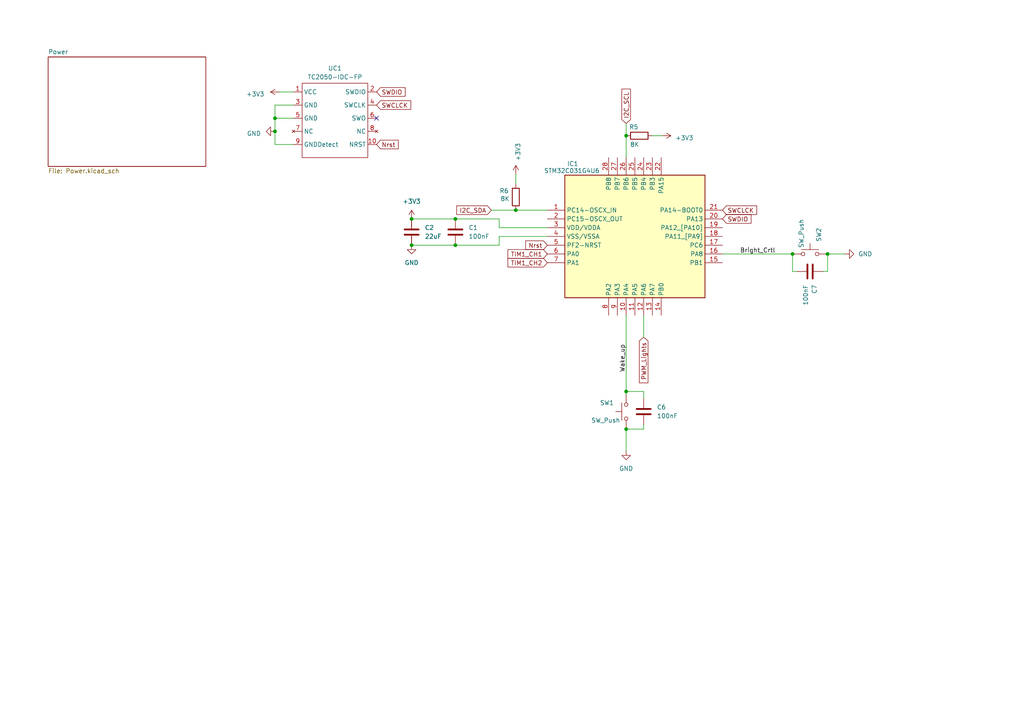
<source format=kicad_sch>
(kicad_sch (version 20230121) (generator eeschema)
  (paper "A4")
  (lib_symbols
    (symbol "Custom_connectors:TC2050-IDC-FP" (in_bom no)
      (property "Reference" "UC" (at 0 -10.16 0))
      (property "Value" "TC2050-IDC-FP" (at 0 0 0))
      (symbol "TC2050-IDC-FP_0_1"
        (rectangle (start -8.89 -1.27) (end 10.16 -22.86))
      )
      (symbol "TC2050-IDC-FP_1_1"
        (pin passive line (at -11.43 -3.81 0) (length 2.54) (name "VCC") (number "1"))
        (pin passive line (at 12.7 -19.05 180) (length 2.54) (name "NRST") (number "10"))
        (pin passive line (at 12.7 -3.81 180) (length 2.54) (name "SWDIO") (number "2"))
        (pin passive line (at -11.43 -7.62 0) (length 2.54) (name "GND") (number "3"))
        (pin passive line (at 12.7 -7.62 180) (length 2.54) (name "SWCLK") (number "4"))
        (pin passive line (at -11.43 -11.43 0) (length 2.54) (name "GND") (number "5"))
        (pin passive line (at 12.7 -11.43 180) (length 2.54) (name "SWO") (number "6"))
        (pin no_connect line (at -11.43 -15.24 0) (length 2.54) (name "NC") (number "7"))
        (pin no_connect line (at 12.7 -15.24 180) (length 2.54) (name "NC") (number "8"))
        (pin passive line (at -11.43 -19.05 0) (length 2.54) (name "GNDDetect") (number "9"))
      )
    )
    (symbol "Device:C" (pin_numbers hide) (pin_names (offset 0.254))
      (property "Reference" "C" (at 0.635 2.54 0))
      (property "Value" "C" (at 0.635 -2.54 0))
      (symbol "C_0_1"
        (polyline (pts (xy -2.032 -0.762) (xy 2.032 -0.762)) (stroke (width 0.508)))
        (polyline (pts (xy -2.032 0.762) (xy 2.032 0.762)) (stroke (width 0.508)))
      )
      (symbol "C_1_1"
        (pin passive line (at 0 3.81 270) (length 2.794) (name "~") (number "1"))
        (pin passive line (at 0 -3.81 90) (length 2.794) (name "~") (number "2"))
      )
    )
    (symbol "Device:R" (pin_numbers hide) (pin_names (offset 0))
      (property "Reference" "R" (at 2.032 0 90))
      (property "Value" "R" (at 0 0 90))
      (symbol "R_0_1"
        (rectangle (start -1.016 -2.54) (end 1.016 2.54) (stroke (width 0.254)))
      )
      (symbol "R_1_1"
        (pin passive line (at 0 3.81 270) (length 1.27) (name "~") (number "1"))
        (pin passive line (at 0 -3.81 90) (length 1.27) (name "~") (number "2"))
      )
    )
    (symbol "SamacSys_Parts:STM32C031G4U6"
      (property "Reference" "IC" (at 46.99 15.24 0))
      (property "Value" "STM32C031G4U6" (at 46.99 12.7 0))
      (symbol "STM32C031G4U6_1_1"
        (rectangle (start 5.08 10.16) (end 45.72 -25.4) (stroke (width 0.254)) (fill (type background)))
        (pin passive line (at 0 0 0) (length 5.08) (name "PC14-OSCX_IN") (number "1"))
        (pin passive line (at 22.86 -30.48 90) (length 5.08) (name "PA4") (number "10"))
        (pin passive line (at 25.4 -30.48 90) (length 5.08) (name "PA5") (number "11"))
        (pin passive line (at 27.94 -30.48 90) (length 5.08) (name "PA6") (number "12"))
        (pin passive line (at 30.48 -30.48 90) (length 5.08) (name "PA7") (number "13"))
        (pin passive line (at 33.02 -30.48 90) (length 5.08) (name "PB0") (number "14"))
        (pin passive line (at 50.8 -15.24 180) (length 5.08) (name "PB1") (number "15"))
        (pin passive line (at 50.8 -12.7 180) (length 5.08) (name "PA8") (number "16"))
        (pin passive line (at 50.8 -10.16 180) (length 5.08) (name "PC6") (number "17"))
        (pin passive line (at 50.8 -7.62 180) (length 5.08) (name "PA11_[PA9]") (number "18"))
        (pin passive line (at 50.8 -5.08 180) (length 5.08) (name "PA12_[PA10]") (number "19"))
        (pin passive line (at 0 -2.54 0) (length 5.08) (name "PC15-OSCX_OUT") (number "2"))
        (pin passive line (at 50.8 -2.54 180) (length 5.08) (name "PA13") (number "20"))
        (pin passive line (at 50.8 0 180) (length 5.08) (name "PA14-BOOT0") (number "21"))
        (pin passive line (at 33.02 15.24 270) (length 5.08) (name "PA15") (number "22"))
        (pin passive line (at 30.48 15.24 270) (length 5.08) (name "PB3") (number "23"))
        (pin passive line (at 27.94 15.24 270) (length 5.08) (name "PB4") (number "24"))
        (pin passive line (at 25.4 15.24 270) (length 5.08) (name "PB5") (number "25"))
        (pin passive line (at 22.86 15.24 270) (length 5.08) (name "PB6") (number "26"))
        (pin passive line (at 20.32 15.24 270) (length 5.08) (name "PB7") (number "27"))
        (pin passive line (at 17.78 15.24 270) (length 5.08) (name "PB8") (number "28"))
        (pin passive line (at 0 -5.08 0) (length 5.08) (name "VDD/VDDA") (number "3"))
        (pin passive line (at 0 -7.62 0) (length 5.08) (name "VSS/VSSA") (number "4"))
        (pin passive line (at 0 -10.16 0) (length 5.08) (name "PF2-NRST") (number "5"))
        (pin passive line (at 0 -12.7 0) (length 5.08) (name "PA0") (number "6"))
        (pin passive line (at 0 -15.24 0) (length 5.08) (name "PA1") (number "7"))
        (pin passive line (at 17.78 -30.48 90) (length 5.08) (name "PA2") (number "8"))
        (pin passive line (at 20.32 -30.48 90) (length 5.08) (name "PA3") (number "9"))
      )
    )
    (symbol "Switch:SW_Push" (pin_numbers hide) (pin_names (offset 1.016) hide)
      (property "Reference" "SW" (at 1.27 2.54 0))
      (property "Value" "SW_Push" (at 0 -1.524 0))
      (symbol "SW_Push_0_1"
        (circle (center -2.032 0) (radius 0.508))
        (polyline (pts (xy 0 1.27) (xy 0 3.048)))
        (polyline (pts (xy 2.54 1.27) (xy -2.54 1.27)))
        (circle (center 2.032 0) (radius 0.508))
        (pin passive line (at -5.08 0 0) (length 2.54) (name "1") (number "1"))
        (pin passive line (at 5.08 0 180) (length 2.54) (name "2") (number "2"))
      )
    )
    (symbol "power:+3V3" (power) (pin_names (offset 0))
      (property "Value" "+3V3" (at 0 3.556 0))
      (symbol "+3V3_0_1"
        (polyline (pts (xy -0.762 1.27) (xy 0 2.54)))
        (polyline (pts (xy 0 0) (xy 0 2.54)))
        (polyline (pts (xy 0 2.54) (xy 0.762 1.27)))
      )
      (symbol "+3V3_1_1"
        (pin power_in line (at 0 0 90) (length 0) hide (name "+3V3") (number "1"))
      )
    )
    (symbol "power:GND" (power) (pin_names (offset 0))
      (property "Value" "GND" (at 0 -3.81 0))
      (symbol "GND_0_1"
        (polyline (pts (xy 0 0) (xy 0 -1.27) (xy 1.27 -1.27) (xy 0 -2.54) (xy -1.27 -1.27) (xy 0 -1.27)))
      )
      (symbol "GND_1_1"
        (pin power_in line (at 0 0 270) (length 0) hide (name "GND") (number "1"))
      )
    )
  )
  (junction (at 229.87 73.66))
  (junction (at 79.756 38.1))
  (junction (at 181.61 124.46))
  (junction (at 79.756 34.29))
  (junction (at 132.08 63.5))
  (junction (at 132.08 71.12))
  (junction (at 119.38 71.12))
  (junction (at 181.61 39.37))
  (junction (at 119.38 63.5))
  (junction (at 240.03 73.66))
  (junction (at 149.606 60.96))
  (junction (at 181.61 113.538))
  (no_connect (at 109.22 34.29))
  (wire (pts (xy 132.08 63.5) (xy 119.38 63.5)))
  (wire (pts (xy 186.69 124.46) (xy 186.69 123.19)))
  (wire (pts (xy 238.76 78.74) (xy 240.03 78.74)))
  (wire (pts (xy 79.756 34.29) (xy 85.09 34.29)))
  (wire (pts (xy 79.756 34.29) (xy 79.756 38.1)))
  (wire (pts (xy 158.75 66.04) (xy 144.78 66.04)))
  (wire (pts (xy 240.03 73.66) (xy 245.11 73.66)))
  (wire (pts (xy 144.78 63.5) (xy 132.08 63.5)))
  (wire (pts (xy 144.78 71.12) (xy 132.08 71.12)))
  (wire (pts (xy 144.78 66.04) (xy 144.78 63.5)))
  (wire (pts (xy 144.78 68.58) (xy 144.78 71.12)))
  (wire (pts (xy 181.61 35.814) (xy 181.61 39.37)))
  (wire (pts (xy 85.09 41.91) (xy 79.756 41.91)))
  (wire (pts (xy 142.494 60.96) (xy 149.606 60.96)))
  (wire (pts (xy 181.61 91.44) (xy 181.61 113.538)))
  (wire (pts (xy 240.03 78.74) (xy 240.03 73.66)))
  (wire (pts (xy 181.61 39.37) (xy 181.61 45.72)))
  (wire (pts (xy 209.55 73.66) (xy 229.87 73.66)))
  (wire (pts (xy 181.61 113.538) (xy 181.61 114.3)))
  (wire (pts (xy 186.69 115.57) (xy 186.69 113.538)))
  (wire (pts (xy 81.026 26.67) (xy 85.09 26.67)))
  (wire (pts (xy 149.606 60.96) (xy 158.75 60.96)))
  (wire (pts (xy 79.756 41.91) (xy 79.756 38.1)))
  (wire (pts (xy 181.61 124.46) (xy 186.69 124.46)))
  (wire (pts (xy 186.69 91.44) (xy 186.69 97.79)))
  (wire (pts (xy 79.756 30.48) (xy 79.756 34.29)))
  (wire (pts (xy 229.87 73.66) (xy 229.87 78.74)))
  (wire (pts (xy 85.09 30.48) (xy 79.756 30.48)))
  (wire (pts (xy 229.87 78.74) (xy 231.14 78.74)))
  (wire (pts (xy 192.024 39.37) (xy 189.23 39.37)))
  (wire (pts (xy 186.69 113.538) (xy 181.61 113.538)))
  (wire (pts (xy 149.606 50.546) (xy 149.606 53.34)))
  (wire (pts (xy 132.08 71.12) (xy 119.38 71.12)))
  (wire (pts (xy 158.75 68.58) (xy 144.78 68.58)))
  (wire (pts (xy 181.61 130.81) (xy 181.61 124.46)))
  (label "Wake_up" (at 181.61 107.95 90))
  (label "Bright_Crtl" (at 214.63 73.66 0))
  (global_label "Nrst" (shape input) (at 109.22 41.91 0) (property "Intersheetrefs" "${INTERSHEET_REFS}" (effects hide)))
  (global_label "PWM_Lights" (shape input) (at 186.69 97.79 270) (property "Intersheetrefs" "${INTERSHEET_REFS}" (effects hide)))
  (global_label "SWDIO" (shape input) (at 209.55 63.5 0) (property "Intersheetrefs" "${INTERSHEET_REFS}" (effects hide)))
  (global_label "SWCLCK" (shape input) (at 109.22 30.48 0) (property "Intersheetrefs" "${INTERSHEET_REFS}" (effects hide)))
  (global_label "Nrst" (shape input) (at 158.75 71.12 180) (property "Intersheetrefs" "${INTERSHEET_REFS}" (effects hide)))
  (global_label "SWDIO" (shape input) (at 109.22 26.67 0) (property "Intersheetrefs" "${INTERSHEET_REFS}" (effects hide)))
  (global_label "SWCLCK" (shape input) (at 209.55 60.96 0) (property "Intersheetrefs" "${INTERSHEET_REFS}" (effects hide)))
  (global_label "I2C_SDA" (shape input) (at 142.494 60.96 180) (property "Intersheetrefs" "${INTERSHEET_REFS}" (effects hide)))
  (global_label "TIM1_CH2" (shape input) (at 158.75 76.2 180) (property "Intersheetrefs" "${INTERSHEET_REFS}" (effects hide)))
  (global_label "I2C_SCL" (shape input) (at 181.61 35.814 90) (property "Intersheetrefs" "${INTERSHEET_REFS}" (effects hide)))
  (global_label "TIM1_CH1" (shape input) (at 158.75 73.66 180) (property "Intersheetrefs" "${INTERSHEET_REFS}" (effects hide)))
  (symbol (lib_id "Custom_connectors:TC2050-IDC-FP") (at 96.52 22.86 0) (unit 1) (in_bom no)
    (property "Reference" "UC1" (at 97.155 19.812 0))
    (property "Value" "TC2050-IDC-FP" (at 97.155 22.352 0))
    (property "Footprint" "Custom_Connectors:TC2050-IDC-FP" (effects hide))
  )
  (symbol (lib_id "power:GND") (at 79.756 38.1 270) (unit 1)
    (property "Reference" "#PWR013" (effects hide))
    (property "Value" "GND" (at 75.692 38.735 90) (effects (justify right)))
  )
  (symbol (lib_id "Switch:SW_Push") (at 181.61 119.38 90) (unit 1)
    (property "Reference" "SW1" (at 173.99 116.84 90) (effects (justify right)))
    (property "Value" "SW_Push" (at 171.45 121.92 90) (effects (justify right)))
  )
  (symbol (lib_id "power:+3V3") (at 192.024 39.37 270) (unit 1)
    (property "Reference" "#PWR015" (effects hide))
    (property "Value" "+3V3" (at 195.834 40.005 90) (effects (justify left)))
  )
  (symbol (lib_id "Switch:SW_Push") (at 234.95 73.66 0) (unit 1)
    (property "Reference" "SW2" (at 237.49 66.04 90) (effects (justify right)))
    (property "Value" "SW_Push" (at 232.41 63.5 90) (effects (justify right)))
  )
  (symbol (lib_id "power:+3V3") (at 119.38 63.5 0) (unit 1)
    (property "Reference" "#PWR02" (effects hide))
    (property "Value" "+3V3" (at 119.38 58.42 0))
  )
  (symbol (lib_id "Device:R") (at 149.606 57.15 180) (unit 1)
    (property "Reference" "R6" (at 147.574 55.372 0) (effects (justify left)))
    (property "Value" "8K" (at 147.828 57.658 0) (effects (justify left)))
    (property "Footprint" "Resistor_SMD:R_0805_2012Metric_Pad1.20x1.40mm_HandSolder" (effects hide))
  )
  (symbol (lib_id "Device:R") (at 185.42 39.37 90) (unit 1)
    (property "Reference" "R5" (at 185.166 36.83 90) (effects (justify left)))
    (property "Value" "8K" (at 185.42 41.91 90) (effects (justify left)))
    (property "Footprint" "Resistor_SMD:R_0805_2012Metric_Pad1.20x1.40mm_HandSolder" (effects hide))
  )
  (symbol (lib_id "power:+3V3") (at 149.606 50.546 0) (unit 1)
    (property "Reference" "#PWR016" (effects hide))
    (property "Value" "+3V3" (at 150.241 46.736 90) (effects (justify left)))
  )
  (symbol (lib_id "Device:C") (at 186.69 119.38 0) (unit 1)
    (property "Reference" "C6" (at 190.5 118.11 0) (effects (justify left)))
    (property "Value" "100nF" (at 190.5 120.65 0) (effects (justify left)))
    (property "Footprint" "Capacitor_SMD:C_0805_2012Metric_Pad1.18x1.45mm_HandSolder" (effects hide))
  )
  (symbol (lib_id "power:+3V3") (at 81.026 26.67 90) (unit 1)
    (property "Reference" "#PWR014" (effects hide))
    (property "Value" "+3V3" (at 76.708 27.305 90) (effects (justify left)))
  )
  (symbol (lib_id "SamacSys_Parts:STM32C031G4U6") (at 158.75 60.96 0) (unit 1)
    (property "Reference" "IC1" (at 166.116 47.498 0))
    (property "Value" "STM32C031G4U6" (at 165.862 49.53 0))
    (property "Footprint" "QFN50P400X400X60-28N-D" (effects hide))
    (property "Datasheet" "https://www.st.com/resource/en/datasheet/stm32c031c4.pdf" (effects hide))
    (property "Height" "0.6" (effects hide))
    (property "Mouser Part Number" "511-STM32C031G4U6" (effects hide))
    (property "Mouser Price/Stock" "https://www.mouser.co.uk/ProductDetail/STMicroelectronics/STM32C031G4U6?qs=IPgv5n7u5QZ8jkiaGODPJw%3D%3D" (effects hide))
    (property "Manufacturer_Name" "STMicroelectronics" (effects hide))
    (property "Manufacturer_Part_Number" "STM32C031G4U6" (effects hide))
  )
  (symbol (lib_id "power:GND") (at 245.11 73.66 90) (unit 1)
    (property "Reference" "#PWR012" (effects hide))
    (property "Value" "GND" (at 248.92 73.66 90) (effects (justify right)))
  )
  (symbol (lib_id "power:GND") (at 119.38 71.12 0) (unit 1)
    (property "Reference" "#PWR01" (effects hide))
    (property "Value" "GND" (at 119.38 76.2 0))
  )
  (symbol (lib_id "Device:C") (at 119.38 67.31 0) (unit 1)
    (property "Reference" "C2" (at 123.19 66.04 0) (effects (justify left)))
    (property "Value" "22uF" (at 123.19 68.58 0) (effects (justify left)))
    (property "Footprint" "Capacitor_SMD:C_0805_2012Metric_Pad1.18x1.45mm_HandSolder" (effects hide))
  )
  (symbol (lib_id "power:GND") (at 181.61 130.81 0) (unit 1)
    (property "Reference" "#PWR011" (effects hide))
    (property "Value" "GND" (at 181.61 135.89 0))
  )
  (symbol (lib_id "Device:C") (at 132.08 67.31 0) (unit 1)
    (property "Reference" "C1" (at 135.89 66.04 0) (effects (justify left)))
    (property "Value" "100nF" (at 135.89 68.58 0) (effects (justify left)))
    (property "Footprint" "Capacitor_SMD:C_0805_2012Metric_Pad1.18x1.45mm_HandSolder" (effects hide))
  )
  (symbol (lib_id "Device:C") (at 234.95 78.74 270) (unit 1)
    (property "Reference" "C7" (at 236.22 82.55 0) (effects (justify left)))
    (property "Value" "100nF" (at 233.68 82.55 0) (effects (justify left)))
    (property "Footprint" "Capacitor_SMD:C_0805_2012Metric_Pad1.18x1.45mm_HandSolder" (effects hide))
  )
  (sheet (at 13.97 16.51) (size 45.72 31.75) (stroke (width 0.1524))
    (property "Sheetname" "Power" (at 13.97 15.7984 0) (effects (justify left bottom)))
    (property "Sheetfile" "Power.kicad_sch" (at 13.97 48.8446 0) (effects (justify left top)))
  )
)
</source>
